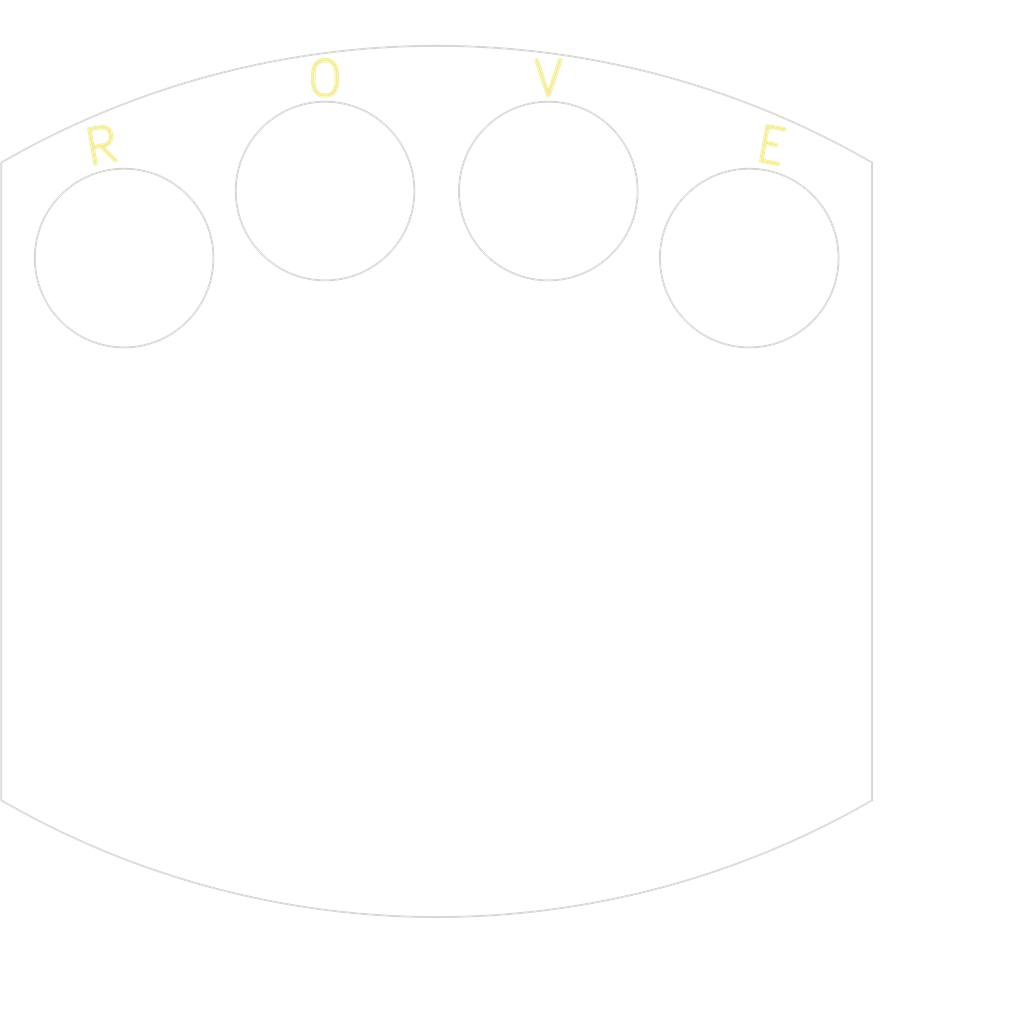
<source format=kicad_pcb>
(kicad_pcb (version 20171130) (host pcbnew "(5.0.0)")

  (general
    (thickness 1.6)
    (drawings 18)
    (tracks 0)
    (zones 0)
    (modules 0)
    (nets 1)
  )

  (page A4)
  (layers
    (0 F.Cu signal)
    (31 B.Cu signal)
    (32 B.Adhes user)
    (33 F.Adhes user)
    (34 B.Paste user)
    (35 F.Paste user)
    (36 B.SilkS user)
    (37 F.SilkS user)
    (38 B.Mask user)
    (39 F.Mask user)
    (40 Dwgs.User user)
    (41 Cmts.User user)
    (42 Eco1.User user)
    (43 Eco2.User user)
    (44 Edge.Cuts user)
    (45 Margin user)
    (46 B.CrtYd user)
    (47 F.CrtYd user)
    (48 B.Fab user)
    (49 F.Fab user)
  )

  (setup
    (last_trace_width 0.25)
    (trace_clearance 0.2)
    (zone_clearance 0.508)
    (zone_45_only no)
    (trace_min 0.2)
    (segment_width 0.2)
    (edge_width 0.2)
    (via_size 0.8)
    (via_drill 0.4)
    (via_min_size 0.4)
    (via_min_drill 0.3)
    (uvia_size 0.3)
    (uvia_drill 0.1)
    (uvias_allowed no)
    (uvia_min_size 0.2)
    (uvia_min_drill 0.1)
    (pcb_text_width 0.3)
    (pcb_text_size 1.5 1.5)
    (mod_edge_width 0.15)
    (mod_text_size 1 1)
    (mod_text_width 0.15)
    (pad_size 1.524 1.524)
    (pad_drill 0.762)
    (pad_to_mask_clearance 0.2)
    (aux_axis_origin 0 0)
    (visible_elements FFFFFF7F)
    (pcbplotparams
      (layerselection 0x010fc_ffffffff)
      (usegerberextensions false)
      (usegerberattributes false)
      (usegerberadvancedattributes false)
      (creategerberjobfile false)
      (excludeedgelayer true)
      (linewidth 0.100000)
      (plotframeref false)
      (viasonmask false)
      (mode 1)
      (useauxorigin false)
      (hpglpennumber 1)
      (hpglpenspeed 20)
      (hpglpendiameter 15.000000)
      (psnegative false)
      (psa4output false)
      (plotreference true)
      (plotvalue true)
      (plotinvisibletext false)
      (padsonsilk false)
      (subtractmaskfromsilk false)
      (outputformat 1)
      (mirror false)
      (drillshape 1)
      (scaleselection 1)
      (outputdirectory ""))
  )

  (net 0 "")

  (net_class Default "This is the default net class."
    (clearance 0.2)
    (trace_width 0.25)
    (via_dia 0.8)
    (via_drill 0.4)
    (uvia_dia 0.3)
    (uvia_drill 0.1)
  )

  (gr_text E (at 177.8 49.53 -10) (layer F.SilkS) (tstamp 5C021501)
    (effects (font (size 4 4) (thickness 0.5)))
  )
  (gr_text O (at 127 41.91) (layer F.SilkS) (tstamp 5C0214E6)
    (effects (font (size 4 4) (thickness 0.5)))
  )
  (gr_text V (at 152.4 41.91) (layer F.SilkS) (tstamp 5C0214A4)
    (effects (font (size 4 4) (thickness 0.5)))
  )
  (gr_text R (at 101.6 49.53 10) (layer F.SilkS)
    (effects (font (size 4 4) (thickness 0.5)))
  )
  (gr_text Centerline (at 139.7 34.29) (layer F.Fab)
    (effects (font (size 1.5 1.5) (thickness 0.3)))
  )
  (gr_line (start 139.7 38.1) (end 139.7 137.16) (layer F.Fab) (width 0.2))
  (dimension 99.06 (width 0.3) (layer Dwgs.User)
    (gr_text "99.060 mm" (at 204.03 87.63 270) (layer Dwgs.User)
      (effects (font (size 1.5 1.5) (thickness 0.3)))
    )
    (feature1 (pts (xy 139.7 137.16) (xy 202.516421 137.16)))
    (feature2 (pts (xy 139.7 38.1) (xy 202.516421 38.1)))
    (crossbar (pts (xy 201.93 38.1) (xy 201.93 137.16)))
    (arrow1a (pts (xy 201.93 137.16) (xy 201.343579 136.033496)))
    (arrow1b (pts (xy 201.93 137.16) (xy 202.516421 136.033496)))
    (arrow2a (pts (xy 201.93 38.1) (xy 201.343579 39.226504)))
    (arrow2b (pts (xy 201.93 38.1) (xy 202.516421 39.226504)))
  )
  (dimension 99.06 (width 0.3) (layer Dwgs.User)
    (gr_text "99.060 mm" (at 139.7 150.69) (layer Dwgs.User)
      (effects (font (size 1.5 1.5) (thickness 0.3)))
    )
    (feature1 (pts (xy 189.23 123.19) (xy 189.23 149.176421)))
    (feature2 (pts (xy 90.17 123.19) (xy 90.17 149.176421)))
    (crossbar (pts (xy 90.17 148.59) (xy 189.23 148.59)))
    (arrow1a (pts (xy 189.23 148.59) (xy 188.103496 149.176421)))
    (arrow1b (pts (xy 189.23 148.59) (xy 188.103496 148.003579)))
    (arrow2a (pts (xy 90.17 148.59) (xy 91.296504 149.176421)))
    (arrow2b (pts (xy 90.17 148.59) (xy 91.296504 148.003579)))
  )
  (gr_line (start 189.23 51.3715) (end 189.23 123.8885) (layer Edge.Cuts) (width 0.2) (tstamp 5C021247))
  (gr_arc (start 139.7 38.1) (end 139.7 137.16) (angle -29.9999929) (layer Edge.Cuts) (width 0.2) (tstamp 5C0211DA))
  (gr_arc (start 139.7 38.1) (end 139.7 137.16) (angle 29.9999929) (layer Edge.Cuts) (width 0.2) (tstamp 5C0211C8))
  (gr_arc (start 139.7 137.16) (end 139.7 38.1) (angle 29.9999929) (layer Edge.Cuts) (width 0.2) (tstamp 5C02116C))
  (gr_line (start 90.17 51.3715) (end 90.17 123.8885) (layer Edge.Cuts) (width 0.2) (tstamp 5C021045))
  (gr_arc (start 139.7 137.16) (end 139.7 38.1) (angle -29.9999929) (layer Edge.Cuts) (width 0.2))
  (gr_circle (center 127 54.61) (end 137.16 54.61) (layer Edge.Cuts) (width 0.2) (tstamp 5C0205B3))
  (gr_circle (center 152.4 54.61) (end 162.56 54.61) (layer Edge.Cuts) (width 0.2) (tstamp 5C0205AE))
  (gr_circle (center 175.26 62.23) (end 185.42 62.23) (layer Edge.Cuts) (width 0.2) (tstamp 5C0205A8))
  (gr_circle (center 104.14 62.23) (end 114.3 62.23) (layer Edge.Cuts) (width 0.2))

)

</source>
